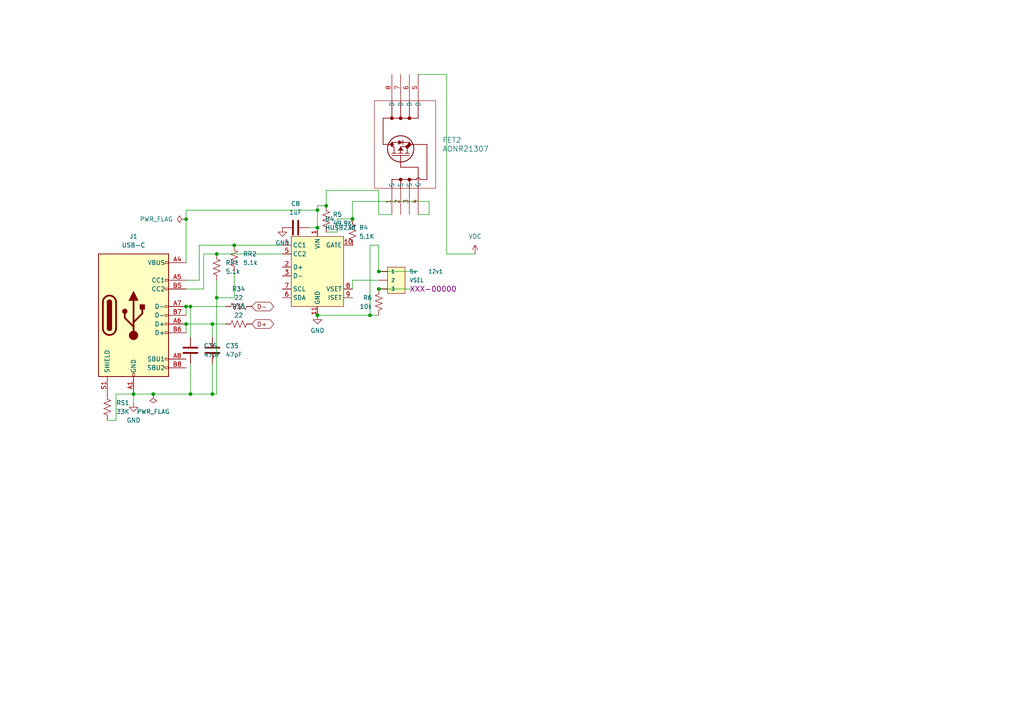
<source format=kicad_sch>
(kicad_sch (version 20230121) (generator eeschema)
  (paper "A4")
  (lib_symbols
    (symbol "AONR21307:AONR21307" (pin_names (offset 0.254))
      (property "Reference" "MOSFET" (at 20.32 10.16 0))
      (property "Value" "AONR21307" (at 20.32 7.62 0))
      (symbol "AONR21307_0_1"
        (polyline (pts (xy 7.62 -12.7) (xy 33.02 -12.7)) (stroke (width 0.127)))
        (polyline (pts (xy 7.62 -7.62) (xy 13.716 -7.62)) (stroke (width 0.2032)))
        (polyline (pts (xy 7.62 5.08) (xy 7.62 -12.7)) (stroke (width 0.127)))
        (polyline (pts (xy 10.16 -10.16) (xy 10.16 -8.128)) (stroke (width 0.2032)))
        (polyline (pts (xy 10.16 -7.112) (xy 10.16 0)) (stroke (width 0.2032)))
        (polyline (pts (xy 10.16 -5.08) (xy 7.62 -5.08)) (stroke (width 0.2032)))
        (polyline (pts (xy 10.16 -2.54) (xy 7.62 -2.54)) (stroke (width 0.2032)))
        (polyline (pts (xy 10.16 0) (xy 7.62 0)) (stroke (width 0.2032)))
        (polyline (pts (xy 13.716 -7.62) (xy 13.716 -2.54)) (stroke (width 0.2032)))
        (polyline (pts (xy 13.716 -2.54) (xy 17.145 -2.54)) (stroke (width 0.2032)))
        (polyline (pts (xy 17.145 -5.08) (xy 17.145 0)) (stroke (width 0.2032)))
        (polyline (pts (xy 17.78 -5.08) (xy 17.78 -3.81)) (stroke (width 0.2032)))
        (polyline (pts (xy 17.78 -4.445) (xy 19.685 -4.445)) (stroke (width 0.2032)))
        (polyline (pts (xy 17.78 -3.175) (xy 17.78 -1.905)) (stroke (width 0.2032)))
        (polyline (pts (xy 17.78 -2.54) (xy 19.685 -2.54)) (stroke (width 0.2032)))
        (polyline (pts (xy 17.78 -1.27) (xy 17.78 0)) (stroke (width 0.2032)))
        (polyline (pts (xy 17.78 -0.635) (xy 19.685 -0.635)) (stroke (width 0.2032)))
        (polyline (pts (xy 19.685 -5.08) (xy 19.685 -2.54)) (stroke (width 0.2032)))
        (polyline (pts (xy 19.685 -5.08) (xy 20.955 -5.08)) (stroke (width 0.2032)))
        (polyline (pts (xy 19.685 -0.635) (xy 19.685 0)) (stroke (width 0.2032)))
        (polyline (pts (xy 19.685 0) (xy 20.955 0)) (stroke (width 0.2032)))
        (polyline (pts (xy 20.32 -10.16) (xy 10.16 -10.16)) (stroke (width 0.2032)))
        (polyline (pts (xy 20.32 -10.16) (xy 20.32 -5.08)) (stroke (width 0.2032)))
        (polyline (pts (xy 20.32 0) (xy 20.32 2.54)) (stroke (width 0.2032)))
        (polyline (pts (xy 20.955 -5.08) (xy 20.955 -3.175)) (stroke (width 0.2032)))
        (polyline (pts (xy 20.955 -1.905) (xy 20.955 0)) (stroke (width 0.2032)))
        (polyline (pts (xy 21.59 -3.175) (xy 20.32 -3.175)) (stroke (width 0.2032)))
        (polyline (pts (xy 27.94 -7.62) (xy 27.94 2.54)) (stroke (width 0.2032)))
        (polyline (pts (xy 27.94 -7.62) (xy 33.02 -7.62)) (stroke (width 0.2032)))
        (polyline (pts (xy 27.94 -5.08) (xy 33.02 -5.08)) (stroke (width 0.2032)))
        (polyline (pts (xy 27.94 -2.54) (xy 33.02 -2.54)) (stroke (width 0.2032)))
        (polyline (pts (xy 27.94 0) (xy 33.02 0)) (stroke (width 0.2032)))
        (polyline (pts (xy 27.94 2.54) (xy 20.32 2.54)) (stroke (width 0.2032)))
        (polyline (pts (xy 33.02 -12.7) (xy 33.02 5.08)) (stroke (width 0.127)))
        (polyline (pts (xy 33.02 5.08) (xy 7.62 5.08)) (stroke (width 0.127)))
        (polyline (pts (xy 18.542 -1.778) (xy 19.685 -2.54) (xy 18.542 -3.302)) (stroke (width 0.0254)) (fill (type outline)))
        (polyline (pts (xy 21.59 -1.905) (xy 20.32 -1.905) (xy 20.955 -3.175)) (stroke (width 0.0254)) (fill (type outline)))
        (arc (start 10.16 -8.128) (mid 10.6658 -7.62) (end 10.16 -7.112) (stroke (width 0.2032)))
        (circle (center 10.16 -5.08) (radius 0.0254) (stroke (width 0.508)))
        (circle (center 10.16 -2.54) (radius 0.0254) (stroke (width 0.508)))
        (circle (center 19.05 -2.54) (radius 3.81) (stroke (width 0.254)))
        (circle (center 19.685 -4.445) (radius 0.0254) (stroke (width 0.508)))
        (circle (center 20.32 -5.08) (radius 0.0254) (stroke (width 0.508)))
        (circle (center 20.32 0) (radius 0.0254) (stroke (width 0.508)))
        (circle (center 27.94 -5.08) (radius 0.0254) (stroke (width 0.508)))
        (circle (center 27.94 -2.54) (radius 0.0254) (stroke (width 0.508)))
        (circle (center 27.94 0) (radius 0.0254) (stroke (width 0.508)))
        (pin unspecified line (at 0 0 0) (length 7.62) (name "S") (number "1"))
        (pin unspecified line (at 0 -2.54 0) (length 7.62) (name "S") (number "2"))
        (pin unspecified line (at 0 -5.08 0) (length 7.62) (name "S") (number "3"))
        (pin unspecified line (at 0 -7.62 0) (length 7.62) (name "G") (number "4"))
        (pin unspecified line (at 40.64 -7.62 180) (length 7.62) (name "D") (number "5"))
        (pin unspecified line (at 40.64 -5.08 180) (length 7.62) (name "D") (number "6"))
        (pin unspecified line (at 40.64 -2.54 180) (length 7.62) (name "D") (number "7"))
        (pin unspecified line (at 40.64 0 180) (length 7.62) (name "D") (number "8"))
      )
    )
    (symbol "Connector:USB_C_Receptacle_USB2.0" (pin_names (offset 1.016))
      (property "Reference" "J" (at -10.16 19.05 0))
      (property "Value" "USB_C_Receptacle_USB2.0" (at 19.05 19.05 0))
      (symbol "USB_C_Receptacle_USB2.0_0_0"
        (rectangle (start -0.254 -17.78) (end 0.254 -16.764))
        (rectangle (start 10.16 -14.986) (end 9.144 -15.494))
        (rectangle (start 10.16 -12.446) (end 9.144 -12.954))
        (rectangle (start 10.16 -4.826) (end 9.144 -5.334))
        (rectangle (start 10.16 -2.286) (end 9.144 -2.794))
        (rectangle (start 10.16 0.254) (end 9.144 -0.254))
        (rectangle (start 10.16 2.794) (end 9.144 2.286))
        (rectangle (start 10.16 7.874) (end 9.144 7.366))
        (rectangle (start 10.16 10.414) (end 9.144 9.906))
        (rectangle (start 10.16 15.494) (end 9.144 14.986))
      )
      (symbol "USB_C_Receptacle_USB2.0_0_1"
        (rectangle (start -10.16 17.78) (end 10.16 -17.78) (stroke (width 0.254)) (fill (type background)))
        (arc (start -8.89 -3.81) (mid -6.985 -5.7067) (end -5.08 -3.81) (stroke (width 0.508)))
        (arc (start -7.62 -3.81) (mid -6.985 -4.4423) (end -6.35 -3.81) (stroke (width 0.254)))
        (arc (start -7.62 -3.81) (mid -6.985 -4.4423) (end -6.35 -3.81) (stroke (width 0.254)) (fill (type outline)))
        (rectangle (start -7.62 -3.81) (end -6.35 3.81) (stroke (width 0.254)) (fill (type outline)))
        (arc (start -6.35 3.81) (mid -6.985 4.4423) (end -7.62 3.81) (stroke (width 0.254)))
        (arc (start -6.35 3.81) (mid -6.985 4.4423) (end -7.62 3.81) (stroke (width 0.254)) (fill (type outline)))
        (arc (start -5.08 3.81) (mid -6.985 5.7067) (end -8.89 3.81) (stroke (width 0.508)))
        (circle (center -2.54 1.143) (radius 0.635) (stroke (width 0.254)) (fill (type outline)))
        (circle (center 0 -5.842) (radius 1.27) (fill (type outline)))
        (polyline (pts (xy -8.89 -3.81) (xy -8.89 3.81)) (stroke (width 0.508)))
        (polyline (pts (xy -5.08 3.81) (xy -5.08 -3.81)) (stroke (width 0.508)))
        (polyline (pts (xy 0 -5.842) (xy 0 4.318)) (stroke (width 0.508)))
        (polyline (pts (xy 0 -3.302) (xy -2.54 -0.762) (xy -2.54 0.508)) (stroke (width 0.508)))
        (polyline (pts (xy 0 -2.032) (xy 2.54 0.508) (xy 2.54 1.778)) (stroke (width 0.508)))
        (polyline (pts (xy -1.27 4.318) (xy 0 6.858) (xy 1.27 4.318) (xy -1.27 4.318)) (stroke (width 0.254)) (fill (type outline)))
        (rectangle (start 1.905 1.778) (end 3.175 3.048) (stroke (width 0.254)) (fill (type outline)))
      )
      (symbol "USB_C_Receptacle_USB2.0_1_1"
        (pin passive line (at 0 -22.86 90) (length 5.08) (name "GND") (number "A1"))
        (pin passive line (at 0 -22.86 90) (length 5.08) hide (name "GND") (number "A12"))
        (pin passive line (at 15.24 15.24 180) (length 5.08) (name "VBUS") (number "A4"))
        (pin bidirectional line (at 15.24 10.16 180) (length 5.08) (name "CC1") (number "A5"))
        (pin bidirectional line (at 15.24 -2.54 180) (length 5.08) (name "D+") (number "A6"))
        (pin bidirectional line (at 15.24 2.54 180) (length 5.08) (name "D-") (number "A7"))
        (pin bidirectional line (at 15.24 -12.7 180) (length 5.08) (name "SBU1") (number "A8"))
        (pin passive line (at 15.24 15.24 180) (length 5.08) hide (name "VBUS") (number "A9"))
        (pin passive line (at 0 -22.86 90) (length 5.08) hide (name "GND") (number "B1"))
        (pin passive line (at 0 -22.86 90) (length 5.08) hide (name "GND") (number "B12"))
        (pin passive line (at 15.24 15.24 180) (length 5.08) hide (name "VBUS") (number "B4"))
        (pin bidirectional line (at 15.24 7.62 180) (length 5.08) (name "CC2") (number "B5"))
        (pin bidirectional line (at 15.24 -5.08 180) (length 5.08) (name "D+") (number "B6"))
        (pin bidirectional line (at 15.24 0 180) (length 5.08) (name "D-") (number "B7"))
        (pin bidirectional line (at 15.24 -15.24 180) (length 5.08) (name "SBU2") (number "B8"))
        (pin passive line (at 15.24 15.24 180) (length 5.08) hide (name "VBUS") (number "B9"))
        (pin passive line (at -7.62 -22.86 90) (length 5.08) (name "SHIELD") (number "S1"))
      )
    )
    (symbol "Device:C" (pin_numbers hide) (pin_names (offset 0.254))
      (property "Reference" "C" (at 0.635 2.54 0))
      (property "Value" "C" (at 0.635 -2.54 0))
      (symbol "C_0_1"
        (polyline (pts (xy -2.032 -0.762) (xy 2.032 -0.762)) (stroke (width 0.508)))
        (polyline (pts (xy -2.032 0.762) (xy 2.032 0.762)) (stroke (width 0.508)))
      )
      (symbol "C_1_1"
        (pin passive line (at 0 3.81 270) (length 2.794) (name "~") (number "1"))
        (pin passive line (at 0 -3.81 90) (length 2.794) (name "~") (number "2"))
      )
    )
    (symbol "Device:R_US" (pin_numbers hide) (pin_names (offset 0))
      (property "Reference" "R" (at 2.54 0 90))
      (property "Value" "R_US" (at -2.54 0 90))
      (symbol "R_US_0_1"
        (polyline (pts (xy 0 -2.286) (xy 0 -2.54)))
        (polyline (pts (xy 0 2.286) (xy 0 2.54)))
        (polyline (pts (xy 0 -0.762) (xy 1.016 -1.143) (xy 0 -1.524) (xy -1.016 -1.905) (xy 0 -2.286)))
        (polyline (pts (xy 0 0.762) (xy 1.016 0.381) (xy 0 0) (xy -1.016 -0.381) (xy 0 -0.762)))
        (polyline (pts (xy 0 2.286) (xy 1.016 1.905) (xy 0 1.524) (xy -1.016 1.143) (xy 0 0.762)))
      )
      (symbol "R_US_1_1"
        (pin passive line (at 0 3.81 270) (length 1.27) (name "~") (number "1"))
        (pin passive line (at 0 -3.81 90) (length 1.27) (name "~") (number "2"))
      )
    )
    (symbol "HUSB238:HUSB238"
      (property "Reference" "U?" (at 0 17.78 0))
      (property "Value" "HUSB238" (at 0 15.24 0))
      (symbol "HUSB238_0_1"
        (rectangle (start -7.62 10.16) (end 7.62 -10.16) (stroke (width 0.1524)) (fill (type background)))
        (rectangle (start 5.08 10.16) (end 5.08 10.16) (stroke (width 0.1524)))
      )
      (symbol "HUSB238_1_1"
        (pin power_in line (at 0 12.7 270) (length 2.54) (name "VIN") (number "1"))
        (pin output line (at 10.16 7.62 180) (length 2.54) (name "GATE") (number "10"))
        (pin power_in line (at 0 -12.7 90) (length 2.54) (name "GND") (number "11"))
        (pin bidirectional line (at -10.16 1.27 0) (length 2.54) (name "D+") (number "2"))
        (pin bidirectional line (at -10.16 -1.27 0) (length 2.54) (name "D-") (number "3"))
        (pin bidirectional line (at -10.16 7.62 0) (length 2.54) (name "CC1") (number "4"))
        (pin bidirectional line (at -10.16 5.08 0) (length 2.54) (name "CC2") (number "5"))
        (pin open_collector line (at -10.16 -7.62 0) (length 2.54) (name "SDA") (number "6"))
        (pin open_collector line (at -10.16 -5.08 0) (length 2.54) (name "SCL") (number "7"))
        (pin output line (at 10.16 -5.08 180) (length 2.54) (name "VSET") (number "8"))
        (pin output line (at 10.16 -7.62 180) (length 2.54) (name "ISET") (number "9"))
      )
    )
    (symbol "SFE-Connectors:CONN_03" (pin_numbers hide) (pin_names (offset 1.016))
      (property "Reference" "J" (at -5.08 7.62 0))
      (property "Value" "CONN_03" (at -5.08 -3.81 0))
      (property "Field4" "XXX-00000" (at 0 11.43 0))
      (symbol "CONN_03_0_1"
        (rectangle (start 0 -1.27) (end -5.08 6.35) (fill (type background)))
      )
      (symbol "CONN_03_1_1"
        (pin passive line (at 2.54 0 180) (length 2.54) (name "1") (number "1"))
        (pin passive line (at 2.54 2.54 180) (length 2.54) (name "2") (number "2"))
        (pin passive line (at 2.54 5.08 180) (length 2.54) (name "3") (number "3"))
      )
    )
    (symbol "power:GND" (power) (pin_names (offset 0))
      (property "Value" "GND" (at 0 -3.81 0))
      (symbol "GND_0_1"
        (polyline (pts (xy 0 0) (xy 0 -1.27) (xy 1.27 -1.27) (xy 0 -2.54) (xy -1.27 -1.27) (xy 0 -1.27)))
      )
      (symbol "GND_1_1"
        (pin power_in line (at 0 0 270) (length 0) hide (name "GND") (number "1"))
      )
    )
    (symbol "power:PWR_FLAG" (power) (pin_numbers hide) (pin_names (offset 0) hide)
      (property "Value" "PWR_FLAG" (at 0 3.81 0))
      (symbol "PWR_FLAG_0_0"
        (pin power_out line (at 0 0 90) (length 0) (name "pwr") (number "1"))
      )
      (symbol "PWR_FLAG_0_1"
        (polyline (pts (xy 0 0) (xy 0 1.27) (xy -1.016 1.905) (xy 0 2.54) (xy 1.016 1.905) (xy 0 1.27)))
      )
    )
    (symbol "power:VDC" (power) (pin_names (offset 0))
      (property "Value" "VDC" (at 0 6.35 0))
      (symbol "VDC_0_1"
        (polyline (pts (xy -0.762 1.27) (xy 0 2.54)))
        (polyline (pts (xy 0 0) (xy 0 2.54)))
        (polyline (pts (xy 0 2.54) (xy 0.762 1.27)))
      )
      (symbol "VDC_1_1"
        (pin power_in line (at 0 0 90) (length 0) hide (name "VDC") (number "1"))
      )
    )
  )
  (junction (at 61.595 114.3))
  (junction (at 92.075 60.96))
  (junction (at 55.245 88.9))
  (junction (at 92.075 91.44))
  (junction (at 92.075 66.04))
  (junction (at 62.865 86.36))
  (junction (at 38.735 114.3))
  (junction (at 44.45 114.3))
  (junction (at 109.855 78.74))
  (junction (at 62.865 73.66))
  (junction (at 53.975 93.98))
  (junction (at 53.975 88.9))
  (junction (at 107.315 91.44))
  (junction (at 102.235 63.5))
  (junction (at 53.975 63.5693))
  (junction (at 61.595 93.98))
  (junction (at 94.615 59.69))
  (junction (at 67.945 71.12))
  (junction (at 109.855 83.82))
  (junction (at 55.245 114.3))
  (wire (pts (xy 92.075 60.96) (xy 92.075 66.04)))
  (wire (pts (xy 53.975 88.9) (xy 53.975 91.44)))
  (wire (pts (xy 61.595 93.98) (xy 61.595 97.79)))
  (wire (pts (xy 113.665 62.23) (xy 109.855 62.23)))
  (wire (pts (xy 62.865 73.66) (xy 81.915 73.66)))
  (wire (pts (xy 124.46 62.23) (xy 124.46 58.42)))
  (wire (pts (xy 55.245 105.41) (xy 55.245 114.3)))
  (wire (pts (xy 53.975 81.28) (xy 57.785 81.28)))
  (wire (pts (xy 62.865 86.36) (xy 67.945 86.36)))
  (wire (pts (xy 62.865 86.36) (xy 62.865 114.3)))
  (wire (pts (xy 53.975 63.5693) (xy 53.975 60.96)))
  (wire (pts (xy 38.735 114.3) (xy 38.735 116.84)))
  (wire (pts (xy 61.595 114.3) (xy 55.245 114.3)))
  (wire (pts (xy 67.945 86.36) (xy 67.945 78.74)))
  (wire (pts (xy 107.315 71.12) (xy 107.315 91.44)))
  (wire (pts (xy 121.285 62.23) (xy 124.46 62.23)))
  (wire (pts (xy 94.615 67.31) (xy 97.79 67.31)))
  (wire (pts (xy 33.655 114.3) (xy 38.735 114.3)))
  (wire (pts (xy 109.855 78.74) (xy 121.285 78.74)))
  (wire (pts (xy 129.54 73.66) (xy 137.795 73.66)))
  (wire (pts (xy 57.785 81.28) (xy 57.785 71.12)))
  (wire (pts (xy 124.46 58.42) (xy 102.235 58.42)))
  (wire (pts (xy 92.075 91.44) (xy 107.315 91.44)))
  (wire (pts (xy 97.79 63.5) (xy 102.235 63.5)))
  (wire (pts (xy 89.535 66.04) (xy 92.075 66.04)))
  (wire (pts (xy 31.115 121.92) (xy 33.655 121.92)))
  (wire (pts (xy 53.975 60.96) (xy 92.075 60.96)))
  (wire (pts (xy 53.975 93.98) (xy 53.975 96.52)))
  (wire (pts (xy 109.855 83.82) (xy 120.015 83.82)))
  (wire (pts (xy 97.79 67.31) (xy 97.79 63.5)))
  (wire (pts (xy 129.54 21.59) (xy 129.54 73.66)))
  (wire (pts (xy 109.855 71.12) (xy 109.855 78.74)))
  (wire (pts (xy 57.785 71.12) (xy 67.945 71.12)))
  (wire (pts (xy 109.855 55.245) (xy 94.615 55.245)))
  (wire (pts (xy 53.975 93.98) (xy 61.595 93.98)))
  (wire (pts (xy 55.245 88.9) (xy 65.405 88.9)))
  (wire (pts (xy 61.595 114.3) (xy 62.865 114.3)))
  (wire (pts (xy 62.865 81.28) (xy 62.865 86.36)))
  (wire (pts (xy 67.945 71.12) (xy 81.915 71.12)))
  (wire (pts (xy 59.055 73.66) (xy 62.865 73.66)))
  (wire (pts (xy 44.45 114.3) (xy 38.735 114.3)))
  (wire (pts (xy 109.855 62.23) (xy 109.855 55.245)))
  (wire (pts (xy 33.655 121.92) (xy 33.655 114.3)))
  (wire (pts (xy 53.975 88.9) (xy 55.245 88.9)))
  (wire (pts (xy 61.595 105.41) (xy 61.595 114.3)))
  (wire (pts (xy 107.315 91.44) (xy 109.855 91.44)))
  (wire (pts (xy 109.855 71.12) (xy 107.315 71.12)))
  (wire (pts (xy 102.235 58.42) (xy 102.235 63.5)))
  (wire (pts (xy 53.975 76.2) (xy 53.975 63.5693)))
  (wire (pts (xy 102.235 83.82) (xy 102.235 81.28)))
  (wire (pts (xy 92.075 59.69) (xy 92.075 60.96)))
  (wire (pts (xy 121.285 21.59) (xy 129.54 21.59)))
  (wire (pts (xy 55.245 88.9) (xy 55.245 97.79)))
  (wire (pts (xy 61.595 93.98) (xy 65.405 93.98)))
  (wire (pts (xy 102.235 81.28) (xy 109.855 81.28)))
  (wire (pts (xy 55.245 114.3) (xy 44.45 114.3)))
  (wire (pts (xy 94.615 59.69) (xy 92.075 59.69)))
  (wire (pts (xy 59.055 83.82) (xy 59.055 73.66)))
  (wire (pts (xy 94.615 55.245) (xy 94.615 59.69)))
  (wire (pts (xy 53.975 83.82) (xy 59.055 83.82)))
  (global_label "D+" (shape bidirectional) (at 73.025 93.98 0) (property "Intersheetrefs" "${INTERSHEET_REFS}" (effects hide)))
  (global_label "D-" (shape bidirectional) (at 73.025 88.9 0) (property "Intersheetrefs" "${INTERSHEET_REFS}" (effects hide)))
  (symbol (lib_id "HUSB238:HUSB238") (at 92.075 78.74 0) (unit 1)
    (property "Reference" "U4" (at 94.2691 63.5 0) (effects (justify left)))
    (property "Value" "HUSB238" (at 94.2691 66.04 0) (effects (justify left)))
    (property "Footprint" "Package_DFN_QFN:DFN-10-1EP_3x3mm_P0.5mm_EP1.65x2.38mm" (effects hide))
    (property "Datasheet" "http://www.hynetek.com/product/pdController/HUSBPDSink/document/HUSB238_DS_EN_V1.0.pdf" (effects hide))
  )
  (symbol (lib_id "Device:R_US") (at 31.115 118.11 0) (unit 1)
    (property "Reference" "RS1" (at 33.655 116.8399 0) (effects (justify left)))
    (property "Value" "33K" (at 33.655 119.3799 0) (effects (justify left)))
    (property "Footprint" "Resistor_SMD:R_0603_1608Metric" (effects hide))
  )
  (symbol (lib_id "AONR21307:AONR21307") (at 113.665 62.23 90) (unit 1)
    (property "Reference" "FET2" (at 128.27 40.64 90) (effects (font (size 1.524 1.524)) (justify right)))
    (property "Value" "AONR21307" (at 128.27 43.18 90) (effects (font (size 1.524 1.524)) (justify right)))
    (property "Footprint" "Package_DFN_QFN:DFN-10-1EP_3x3mm_P0.5mm_EP1.58x2.35mm" (effects hide))
    (property "Datasheet" "AONR21307" (effects hide))
  )
  (symbol (lib_id "Device:R_US") (at 69.215 88.9 90) (unit 1)
    (property "Reference" "R34" (at 69.215 83.82 90))
    (property "Value" "22" (at 69.215 86.36 90))
    (property "Footprint" "Resistor_SMD:R_0603_1608Metric" (effects hide))
    (instances (project "2812-32" (path "" (reference "R34") (unit 1))) (project "2812-32-mini" (path "" (reference "R1") (unit 1))))
  )
  (symbol (lib_id "Device:R_US") (at 69.215 93.98 90) (unit 1)
    (property "Reference" "R36" (at 69.215 88.9 90))
    (property "Value" "22" (at 69.215 91.44 90))
    (property "Footprint" "Resistor_SMD:R_0603_1608Metric" (effects hide))
    (instances (project "2812-32" (path "" (reference "R36") (unit 1))) (project "2812-32-mini" (path "" (reference "R2") (unit 1))))
  )
  (symbol (lib_id "power:PWR_FLAG") (at 44.45 114.3 180) (unit 1)
    (property "Reference" "#FLG0101" (effects hide))
    (property "Value" "PWR_FLAG" (at 44.45 119.38 0))
    (instances (project "2812-32" (path "" (reference "#FLG0101") (unit 1))) (project "2812-32-mini" (path "" (reference "#FLG01") (unit 1))))
  )
  (symbol (lib_id "Device:R_US") (at 94.615 63.5 180) (unit 1)
    (property "Reference" "R5" (at 96.52 62.23 0) (effects (justify right)))
    (property "Value" "49.9K" (at 96.52 64.77 0) (effects (justify right)))
    (property "Footprint" "Resistor_SMD:R_0402_1005Metric" (effects hide))
  )
  (symbol (lib_id "power:GND") (at 92.075 91.44 0) (unit 1)
    (property "Reference" "#PWR02" (effects hide))
    (property "Value" "GND" (at 92.075 95.885 0))
  )
  (symbol (lib_id "Device:R_US") (at 102.235 67.31 0) (unit 1)
    (property "Reference" "R4" (at 104.14 66.04 0) (effects (justify left)))
    (property "Value" "5.1K" (at 104.14 68.58 0) (effects (justify left)))
    (property "Footprint" "Resistor_SMD:R_0402_1005Metric" (effects hide))
  )
  (symbol (lib_id "Device:C") (at 61.595 101.6 0) (unit 1)
    (property "Reference" "C35" (at 65.405 100.3299 0) (effects (justify left)))
    (property "Value" "47pF" (at 65.405 102.8699 0) (effects (justify left)))
    (property "Footprint" "Capacitor_SMD:C_0603_1608Metric" (effects hide))
    (instances (project "2812-32" (path "" (reference "C35") (unit 1))) (project "2812-32-mini" (path "" (reference "C2") (unit 1))))
  )
  (symbol (lib_id "Connector:USB_C_Receptacle_USB2.0") (at 38.735 91.44 0) (unit 1)
    (property "Reference" "J1" (at 38.735 68.58 0))
    (property "Value" "USB-C" (at 38.735 71.12 0))
    (property "Footprint" "Connector_USB:USB_C_Receptacle_G-Switch_GT-USB-7010ASV" (effects hide))
    (property "Datasheet" "https://www.usb.org/sites/default/files/documents/usb_type-c.zip" (effects hide))
  )
  (symbol (lib_id "SFE-Connectors:CONN_03") (at 112.395 78.74 180) (unit 1)
    (property "Reference" "5v    12v1" (at 118.745 78.74 0) (effects (font (size 1.143 1.143)) (justify right)))
    (property "Value" "VSEL" (at 118.745 81.28 0) (effects (font (size 1.143 1.143)) (justify right)))
    (property "Footprint" "Connector_PinHeader_2.54mm:PinHeader_1x03_P2.54mm_Vertical" (effects hide))
    (property "Field4" "XXX-00000" (at 118.745 83.82 0) (effects (font (size 1.524 1.524)) (justify right)))
  )
  (symbol (lib_id "Device:C") (at 55.245 101.6 0) (unit 1)
    (property "Reference" "C36" (at 59.055 100.3299 0) (effects (justify left)))
    (property "Value" "47pF" (at 59.055 102.8699 0) (effects (justify left)))
    (property "Footprint" "Capacitor_SMD:C_0603_1608Metric" (effects hide))
    (instances (project "2812-32" (path "" (reference "C36") (unit 1))) (project "2812-32-mini" (path "" (reference "C1") (unit 1))))
  )
  (symbol (lib_id "Device:R_US") (at 109.855 87.63 0) (mirror y) (unit 1)
    (property "Reference" "R6" (at 107.95 86.36 0) (effects (justify left)))
    (property "Value" "10k" (at 107.95 88.9 0) (effects (justify left)))
    (property "Footprint" "Resistor_SMD:R_0402_1005Metric" (effects hide))
  )
  (symbol (lib_id "Device:C") (at 85.725 66.04 270) (unit 1)
    (property "Reference" "C8" (at 85.725 59.055 90))
    (property "Value" "1uF" (at 85.725 61.595 90))
    (property "Footprint" "Capacitor_SMD:C_0402_1005Metric" (effects hide))
  )
  (symbol (lib_id "power:GND") (at 81.915 66.04 0) (unit 1)
    (property "Reference" "#PWR014" (effects hide))
    (property "Value" "GND" (at 81.915 70.485 0))
  )
  (symbol (lib_id "Device:R_US") (at 62.865 77.47 180) (unit 1)
    (property "Reference" "RR1" (at 65.405 76.2 0) (effects (justify right)))
    (property "Value" "5.1k" (at 65.405 78.74 0) (effects (justify right)))
    (property "Footprint" "Resistor_SMD:R_0402_1005Metric" (effects hide))
  )
  (symbol (lib_id "Device:R_US") (at 67.945 74.93 180) (unit 1)
    (property "Reference" "RR2" (at 70.485 73.66 0) (effects (justify right)))
    (property "Value" "5.1k" (at 70.485 76.2 0) (effects (justify right)))
    (property "Footprint" "Resistor_SMD:R_0402_1005Metric" (effects hide))
  )
  (symbol (lib_id "power:PWR_FLAG") (at 53.975 63.5693 90) (unit 1)
    (property "Reference" "#FLG0101" (effects hide))
    (property "Value" "PWR_FLAG" (at 50.165 63.5692 90) (effects (justify left)))
    (instances (project "2812-32" (path "" (reference "#FLG0101") (unit 1))) (project "2812-32-mini" (path "" (reference "#FLG02") (unit 1))))
  )
  (symbol (lib_id "power:GND") (at 38.735 116.84 0) (unit 1)
    (property "Reference" "#PWR03" (effects hide))
    (property "Value" "GND" (at 38.735 121.92 0))
    (instances (project "2812-32" (path "" (reference "#PWR03") (unit 1))) (project "2812-32-mini" (path "" (reference "#PWR01") (unit 1))))
  )
  (symbol (lib_id "power:VDC") (at 137.795 73.66 0) (unit 1)
    (property "Reference" "#PWR0103" (effects hide))
    (property "Value" "VDC" (at 137.795 68.58 0))
    (instances (project "2812-32" (path "" (reference "#PWR0103") (unit 1))) (project "2812-32-mini" (path "" (reference "#PWR03") (unit 1))))
  )
)
</source>
